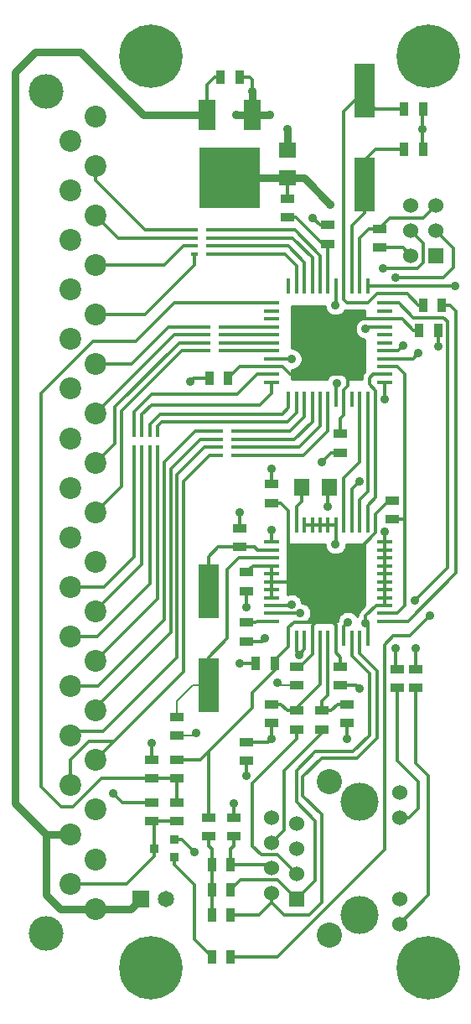
<source format=gtl>
G04 #@! TF.GenerationSoftware,KiCad,Pcbnew,(5.1.5)-3*
G04 #@! TF.CreationDate,2021-08-30T19:38:34+02:00*
G04 #@! TF.ProjectId,gbm8,67626d38-2e6b-4696-9361-645f70636258,0424 - A*
G04 #@! TF.SameCoordinates,Original*
G04 #@! TF.FileFunction,Copper,L1,Top*
G04 #@! TF.FilePolarity,Positive*
%FSLAX46Y46*%
G04 Gerber Fmt 4.6, Leading zero omitted, Abs format (unit mm)*
G04 Created by KiCad (PCBNEW (5.1.5)-3) date 2021-08-30 19:38:34*
%MOMM*%
%LPD*%
G04 APERTURE LIST*
%ADD10C,6.400800*%
%ADD11R,1.397000X0.889000*%
%ADD12R,0.889000X1.397000*%
%ADD13R,1.803400X1.600200*%
%ADD14R,1.651000X1.651000*%
%ADD15C,1.651000*%
%ADD16R,1.600200X1.803400*%
%ADD17C,2.199640*%
%ADD18C,3.500120*%
%ADD19C,3.850640*%
%ADD20R,1.524000X1.524000*%
%ADD21C,1.524000*%
%ADD22C,2.540000*%
%ADD23R,0.914400X0.914400*%
%ADD24R,0.762000X0.431800*%
%ADD25R,0.431800X0.762000*%
%ADD26R,0.406400X1.524000*%
%ADD27R,1.524000X0.406400*%
%ADD28R,1.651000X3.048000*%
%ADD29R,6.096000X6.096000*%
%ADD30R,1.998980X5.499100*%
%ADD31C,0.889000*%
%ADD32C,0.304800*%
%ADD33C,0.762000*%
%ADD34C,0.203200*%
%ADD35C,0.254000*%
G04 APERTURE END LIST*
D10*
X145288000Y-54864000D03*
X173355000Y-54864000D03*
X145288000Y-146939000D03*
X173355000Y-146939000D03*
D11*
X153670000Y-131762500D03*
X153670000Y-133667500D03*
X160020000Y-120967500D03*
X160020000Y-122872500D03*
X162560000Y-122872500D03*
X162560000Y-120967500D03*
X154940000Y-126047500D03*
X154940000Y-124142500D03*
D12*
X152336500Y-57023000D03*
X154241500Y-57023000D03*
D11*
X163195000Y-71945500D03*
X163195000Y-73850500D03*
X157480000Y-100012500D03*
X157480000Y-98107500D03*
X154940000Y-106997500D03*
X154940000Y-108902500D03*
X160020000Y-118427500D03*
X160020000Y-116522500D03*
D12*
X157797500Y-116205000D03*
X155892500Y-116205000D03*
D11*
X164465000Y-118427500D03*
X164465000Y-116522500D03*
D12*
X151193500Y-87426800D03*
X153098500Y-87426800D03*
X172402500Y-82550000D03*
X174307500Y-82550000D03*
D11*
X164465000Y-94932500D03*
X164465000Y-93027500D03*
D13*
X159131000Y-64389000D03*
X159131000Y-67183000D03*
D14*
X144272000Y-139954000D03*
D15*
X146812000Y-139954000D03*
D16*
X160528000Y-98425000D03*
X163322000Y-98425000D03*
D11*
X154305000Y-104457500D03*
X154305000Y-102552500D03*
X147955000Y-123507500D03*
X147955000Y-121602500D03*
D12*
X172783500Y-60198000D03*
X170878500Y-60198000D03*
X170878500Y-64262000D03*
X172783500Y-64262000D03*
D17*
X139700000Y-60965080D03*
X139700000Y-140964920D03*
D18*
X134698740Y-143466820D03*
D17*
X137200640Y-63464440D03*
X137198100Y-103464360D03*
X137198100Y-108465620D03*
X137198100Y-118465600D03*
X137198100Y-113464340D03*
X137198100Y-133464300D03*
X137198100Y-138465560D03*
X137198100Y-128465580D03*
X137198100Y-123464320D03*
X137198100Y-83464400D03*
X137198100Y-88465660D03*
X137198100Y-98465640D03*
X137198100Y-93464380D03*
X137198100Y-73464420D03*
X137198100Y-78465680D03*
X137198100Y-68465700D03*
X139700000Y-65966340D03*
X139700000Y-75966320D03*
X139700000Y-70965060D03*
X139700000Y-90965020D03*
X139700000Y-95966280D03*
X139700000Y-85966300D03*
X139700000Y-80965040D03*
X139700000Y-120964960D03*
X139700000Y-125966220D03*
X139700000Y-135966200D03*
X139700000Y-130964940D03*
X139700000Y-110964980D03*
X139700000Y-115966240D03*
X139700000Y-105966260D03*
X139700000Y-100965000D03*
D18*
X134698740Y-58465720D03*
D19*
X166370000Y-130175000D03*
X166370000Y-141605000D03*
D20*
X160020000Y-140017500D03*
D21*
X157480000Y-139382500D03*
X160020000Y-137477500D03*
X157480000Y-136842500D03*
X160020000Y-134937500D03*
X157480000Y-134302500D03*
X160020000Y-132397500D03*
D22*
X163322000Y-128145540D03*
X163322000Y-143634460D03*
D21*
X170428920Y-139979400D03*
X170428920Y-131800600D03*
X170428920Y-142519400D03*
X170428920Y-129260600D03*
X157480000Y-131762500D03*
D20*
X174117000Y-75057000D03*
D21*
X171577000Y-75057000D03*
X174117000Y-72517000D03*
X171577000Y-72517000D03*
X174117000Y-69977000D03*
X171577000Y-69977000D03*
D11*
X151130000Y-133667500D03*
X151130000Y-131762500D03*
X159131000Y-71183500D03*
X159131000Y-69278500D03*
D23*
X147701000Y-133985000D03*
X147701000Y-135763000D03*
X145669000Y-134874000D03*
D11*
X145415000Y-130238500D03*
X145415000Y-132143500D03*
D12*
X151447500Y-136525000D03*
X153352500Y-136525000D03*
X153352500Y-141605000D03*
X151447500Y-141605000D03*
X151447500Y-139065000D03*
X153352500Y-139065000D03*
D11*
X170180000Y-116776500D03*
X170180000Y-118681500D03*
X172085000Y-118681500D03*
X172085000Y-116776500D03*
X154940000Y-112077500D03*
X154940000Y-113982500D03*
X157480000Y-120332500D03*
X157480000Y-122237500D03*
X165100000Y-122237500D03*
X165100000Y-120332500D03*
X169672000Y-101663500D03*
X169672000Y-99758500D03*
X147955000Y-127825500D03*
X147955000Y-125920500D03*
D24*
X153797000Y-94378780D03*
X152273000Y-94378780D03*
X153797000Y-93581220D03*
X152273000Y-93581220D03*
X153797000Y-95178880D03*
X153797000Y-92781120D03*
X152273000Y-92781120D03*
X152273000Y-95178880D03*
D25*
X145978880Y-94488000D03*
X143581120Y-94488000D03*
X143581120Y-92964000D03*
X145978880Y-92964000D03*
X144381220Y-94488000D03*
X144381220Y-92964000D03*
X145178780Y-94488000D03*
X145178780Y-92964000D03*
D12*
X151447500Y-145796000D03*
X153352500Y-145796000D03*
D11*
X147955000Y-132143500D03*
X147955000Y-130238500D03*
X145415000Y-127825500D03*
X145415000Y-125920500D03*
D24*
X150977600Y-83014820D03*
X152501600Y-83014820D03*
X150977600Y-83812380D03*
X152501600Y-83812380D03*
X150977600Y-82214720D03*
X150977600Y-84612480D03*
X152501600Y-84612480D03*
X152501600Y-82214720D03*
X151257000Y-72461120D03*
X151257000Y-74858880D03*
X149733000Y-74858880D03*
X149733000Y-72461120D03*
X151257000Y-74058780D03*
X149733000Y-74058780D03*
X151257000Y-73261220D03*
X149733000Y-73261220D03*
D12*
X172783500Y-80010000D03*
X174688500Y-80010000D03*
D11*
X168402000Y-72326500D03*
X168402000Y-74231500D03*
D26*
X163195000Y-78105000D03*
X162394900Y-78105000D03*
X161594800Y-78105000D03*
X160794700Y-78105000D03*
X159994600Y-78105000D03*
X159194500Y-78105000D03*
X163995100Y-78105000D03*
X164795200Y-78105000D03*
X165595300Y-78105000D03*
X166395400Y-78105000D03*
X167195500Y-78105000D03*
X163195000Y-89535000D03*
X162394900Y-89535000D03*
X161594800Y-89535000D03*
X160794700Y-89535000D03*
X159994600Y-89535000D03*
X159194500Y-89535000D03*
X163995100Y-89535000D03*
X164795200Y-89535000D03*
X165595300Y-89535000D03*
X166395400Y-89535000D03*
X167195500Y-89535000D03*
D27*
X157480000Y-83820000D03*
X168910000Y-83820000D03*
X157480000Y-84620100D03*
X168910000Y-84620100D03*
X168910000Y-85420200D03*
X157480000Y-85420200D03*
X157480000Y-86220300D03*
X168910000Y-86220300D03*
X168910000Y-87020400D03*
X157480000Y-87020400D03*
X157480000Y-87820500D03*
X168910000Y-87820500D03*
X168910000Y-83019900D03*
X157480000Y-83019900D03*
X157480000Y-82219800D03*
X168910000Y-82219800D03*
X168910000Y-81419700D03*
X157480000Y-81419700D03*
X157480000Y-80619600D03*
X168910000Y-80619600D03*
X168910000Y-79819500D03*
X157480000Y-79819500D03*
X157480000Y-103949500D03*
X168910000Y-103949500D03*
X168910000Y-104749600D03*
X157480000Y-104749600D03*
X157480000Y-105549700D03*
X168910000Y-105549700D03*
X168910000Y-106349800D03*
X157480000Y-106349800D03*
X157480000Y-107149900D03*
X168910000Y-107149900D03*
X168910000Y-111950500D03*
X157480000Y-111950500D03*
X157480000Y-111150400D03*
X168910000Y-111150400D03*
X168910000Y-110350300D03*
X157480000Y-110350300D03*
X157480000Y-109550200D03*
X168910000Y-109550200D03*
X168910000Y-108750100D03*
X157480000Y-108750100D03*
X168910000Y-107950000D03*
X157480000Y-107950000D03*
D26*
X167195500Y-113665000D03*
X166395400Y-113665000D03*
X165595300Y-113665000D03*
X164795200Y-113665000D03*
X163995100Y-113665000D03*
X159194500Y-113665000D03*
X159994600Y-113665000D03*
X160794700Y-113665000D03*
X161594800Y-113665000D03*
X162394900Y-113665000D03*
X163195000Y-113665000D03*
X167195500Y-102235000D03*
X166395400Y-102235000D03*
X165595300Y-102235000D03*
X164795200Y-102235000D03*
X163995100Y-102235000D03*
X159194500Y-102235000D03*
X159994600Y-102235000D03*
X160794700Y-102235000D03*
X161594800Y-102235000D03*
X162394900Y-102235000D03*
X163195000Y-102235000D03*
D28*
X155575000Y-60833000D03*
D29*
X153289000Y-67183000D03*
D28*
X151003000Y-60833000D03*
D30*
X151130000Y-108915200D03*
X151130000Y-118414800D03*
X166878000Y-67868800D03*
X166878000Y-58369200D03*
D31*
X161290000Y-80772000D03*
X165100000Y-107188000D03*
X163449000Y-69850000D03*
X141478000Y-129286000D03*
X166370000Y-97790000D03*
X168910000Y-89535000D03*
X173482000Y-111379000D03*
X171958000Y-109855000D03*
X170815000Y-84074000D03*
X168783000Y-76327000D03*
X172339000Y-84836000D03*
X170053000Y-77216000D03*
X154940000Y-110490000D03*
X154305000Y-100965000D03*
X167005000Y-112141000D03*
X159131000Y-62230000D03*
X149860000Y-123190000D03*
X163195000Y-100330000D03*
X149250400Y-87782400D03*
X153924000Y-60833000D03*
X174371000Y-84201000D03*
X154305000Y-116205000D03*
X159512000Y-85471000D03*
X160274000Y-115316000D03*
X162560000Y-95885000D03*
X154940000Y-127508000D03*
X167005000Y-82423000D03*
X156845000Y-113665000D03*
X155575000Y-58420000D03*
X153670000Y-130302000D03*
X166370000Y-118745000D03*
X168910000Y-102870000D03*
X163957000Y-104140000D03*
X145415000Y-124206000D03*
X157353000Y-60833000D03*
X149733000Y-135255000D03*
X157480000Y-96520000D03*
X165227000Y-112014000D03*
X163957000Y-80010000D03*
X161671000Y-71247000D03*
X158115000Y-118110000D03*
X164084000Y-87884000D03*
X157480000Y-102743000D03*
X172720000Y-62230000D03*
X165100000Y-123825000D03*
X157480000Y-123825000D03*
X176022000Y-78105000D03*
X160401000Y-111125000D03*
X170053000Y-114681000D03*
X172085000Y-114681000D03*
X159512000Y-110236000D03*
D32*
X172402500Y-82550000D02*
X171831000Y-82550000D01*
X153098500Y-87426800D02*
X154305000Y-86220300D01*
X161798000Y-112014000D02*
X159766000Y-112014000D01*
X165735000Y-86360000D02*
X165735000Y-81915000D01*
X157480000Y-107149900D02*
X157480000Y-106349800D01*
X164465000Y-93027500D02*
X164465000Y-91440000D01*
X155575000Y-120650000D02*
X155575000Y-119126000D01*
X150304500Y-125920500D02*
X151384000Y-124841000D01*
X151384000Y-124841000D02*
X151765000Y-124460000D01*
X171831000Y-82550000D02*
X170700700Y-81419700D01*
X165239700Y-81419700D02*
X165100000Y-81280000D01*
X170751500Y-74231500D02*
X171577000Y-75057000D01*
X161925000Y-112014000D02*
X161594800Y-112344200D01*
X160337500Y-116522500D02*
X161594800Y-115265200D01*
X157797500Y-116205000D02*
X157797500Y-115887500D01*
X159194500Y-114490500D02*
X159194500Y-113665000D01*
X157797500Y-115887500D02*
X159194500Y-114490500D01*
X157480000Y-106349800D02*
X155587700Y-106349800D01*
X168021000Y-102997000D02*
X165100000Y-105918000D01*
X165100000Y-86995000D02*
X165735000Y-86360000D01*
X161798000Y-112014000D02*
X161798000Y-109601000D01*
X158432500Y-100012500D02*
X157480000Y-100012500D01*
X163703000Y-112014000D02*
X161925000Y-112014000D01*
X165735000Y-81915000D02*
X165100000Y-81280000D01*
X159194500Y-106997500D02*
X160147000Y-107950000D01*
D33*
X165100000Y-107950000D02*
X164338000Y-108712000D01*
D32*
X168021000Y-101092000D02*
X168021000Y-102997000D01*
X159766000Y-112014000D02*
X159194500Y-112585500D01*
X160020000Y-116522500D02*
X160337500Y-116522500D01*
X159194500Y-100774500D02*
X158432500Y-100012500D01*
X161594800Y-115265200D02*
X161594800Y-113665000D01*
D33*
X159131000Y-67183000D02*
X160782000Y-67183000D01*
D32*
X160147000Y-107950000D02*
X157480000Y-107950000D01*
X169354500Y-99758500D02*
X168021000Y-101092000D01*
D33*
X165100000Y-107188000D02*
X165100000Y-107950000D01*
D32*
X158610300Y-86220300D02*
X159385000Y-86995000D01*
X159194500Y-102235000D02*
X159194500Y-100774500D01*
D33*
X161036000Y-108712000D02*
X160972500Y-108775500D01*
X159131000Y-67183000D02*
X153289000Y-67183000D01*
D32*
X161925000Y-112014000D02*
X161798000Y-112014000D01*
X164465000Y-91440000D02*
X164795200Y-91109800D01*
X159131000Y-69278500D02*
X159131000Y-67183000D01*
X157480000Y-109550200D02*
X157480000Y-108750100D01*
X159194500Y-112585500D02*
X159194500Y-113665000D01*
X164795200Y-91109800D02*
X164795200Y-89535000D01*
X163995100Y-115100100D02*
X163995100Y-113665000D01*
X157480000Y-86220300D02*
X158610300Y-86220300D01*
X169672000Y-99758500D02*
X169354500Y-99758500D01*
X159385000Y-86995000D02*
X165100000Y-86995000D01*
X170700700Y-81419700D02*
X168910000Y-81419700D01*
X151130000Y-125095000D02*
X151384000Y-124841000D01*
X165100000Y-105918000D02*
X165100000Y-107188000D01*
X159194500Y-102235000D02*
X159194500Y-106997500D01*
X157480000Y-108750100D02*
X157480000Y-107950000D01*
X171577000Y-75057000D02*
X171386500Y-75247500D01*
X168910000Y-81419700D02*
X165239700Y-81419700D01*
X165227000Y-87122000D02*
X165100000Y-86995000D01*
X164795200Y-88569800D02*
X165227000Y-88138000D01*
X164465000Y-116522500D02*
X164465000Y-115570000D01*
X151130000Y-131762500D02*
X151130000Y-125095000D01*
X161594800Y-112344200D02*
X161594800Y-113665000D01*
X160972500Y-108775500D02*
X160147000Y-107950000D01*
X155587700Y-106349800D02*
X154940000Y-106997500D01*
D33*
X164338000Y-108712000D02*
X161036000Y-108712000D01*
D32*
X164795200Y-89535000D02*
X164795200Y-88569800D01*
D33*
X160782000Y-67183000D02*
X163449000Y-69850000D01*
D32*
X161798000Y-109601000D02*
X160972500Y-108775500D01*
X157480000Y-107950000D02*
X157480000Y-107149900D01*
X163995100Y-113665000D02*
X163995100Y-112306100D01*
X168402000Y-74231500D02*
X170751500Y-74231500D01*
X154305000Y-86220300D02*
X157480000Y-86220300D01*
X165227000Y-88138000D02*
X165227000Y-87122000D01*
X151765000Y-124460000D02*
X155575000Y-120650000D01*
X147955000Y-125920500D02*
X150304500Y-125920500D01*
X163995100Y-112306100D02*
X163703000Y-112014000D01*
X164465000Y-115570000D02*
X163995100Y-115100100D01*
X157797500Y-116903500D02*
X157797500Y-116205000D01*
X155575000Y-119126000D02*
X157797500Y-116903500D01*
X139065000Y-124079000D02*
X141587220Y-124079000D01*
X144526000Y-130238500D02*
X142430500Y-130238500D01*
X137198100Y-125945900D02*
X139065000Y-124079000D01*
X148590000Y-117076220D02*
X148590000Y-97790000D01*
X141587220Y-124079000D02*
X148590000Y-117076220D01*
X144526000Y-130238500D02*
X144462500Y-130238500D01*
X139700000Y-125966220D02*
X141587220Y-124079000D01*
X148590000Y-97790000D02*
X151201120Y-95178880D01*
X137198100Y-128465580D02*
X137198100Y-125945900D01*
X151201120Y-95178880D02*
X152273000Y-95178880D01*
X142430500Y-130238500D02*
X141478000Y-129286000D01*
X145415000Y-130238500D02*
X144526000Y-130238500D01*
X147955000Y-97155000D02*
X150731220Y-94378780D01*
X147955000Y-115570000D02*
X140462000Y-123063000D01*
X140462000Y-123063000D02*
X137599420Y-123063000D01*
X152273000Y-94378780D02*
X150731220Y-94378780D01*
X137599420Y-123063000D02*
X137198100Y-123464320D01*
X147955000Y-115570000D02*
X147955000Y-97155000D01*
X139700000Y-120650000D02*
X147320000Y-113030000D01*
X147320000Y-113030000D02*
X147320000Y-96520000D01*
X150258780Y-93581220D02*
X152273000Y-93581220D01*
X139700000Y-120964960D02*
X139700000Y-120650000D01*
X147320000Y-96520000D02*
X150258780Y-93581220D01*
X146685000Y-111760000D02*
X146685000Y-95885000D01*
X146685000Y-95885000D02*
X149788880Y-92781120D01*
X149788880Y-92781120D02*
X152273000Y-92781120D01*
X139979400Y-118465600D02*
X146685000Y-111760000D01*
X137198100Y-118465600D02*
X139979400Y-118465600D01*
X139700000Y-115966240D02*
X145978880Y-109687360D01*
X145978880Y-109687360D02*
X145978880Y-94488000D01*
X145178780Y-108186220D02*
X145178780Y-94488000D01*
X137198100Y-113464340D02*
X139900660Y-113464340D01*
X139900660Y-113464340D02*
X145178780Y-108186220D01*
X139700000Y-110871000D02*
X144381220Y-106189780D01*
X139700000Y-110964980D02*
X139700000Y-110871000D01*
X144381220Y-106189780D02*
X144381220Y-94488000D01*
X140581380Y-108465620D02*
X143581120Y-105465880D01*
X143581120Y-105465880D02*
X143581120Y-94488000D01*
X137198100Y-108465620D02*
X140581380Y-108465620D01*
X142341600Y-90678000D02*
X148407120Y-84612480D01*
X139700000Y-100965000D02*
X142341600Y-98323400D01*
X142341600Y-98323400D02*
X142341600Y-90678000D01*
X148407120Y-84612480D02*
X150977600Y-84612480D01*
X141630400Y-90322400D02*
X148140420Y-83812380D01*
X141630400Y-94035880D02*
X141630400Y-90322400D01*
X139700000Y-95966280D02*
X141630400Y-94035880D01*
X148140420Y-83812380D02*
X150977600Y-83812380D01*
X147650200Y-83014820D02*
X150977600Y-83014820D01*
X139700000Y-90965020D02*
X147650200Y-83014820D01*
X147096480Y-82214720D02*
X150977600Y-82214720D01*
X143344900Y-85966300D02*
X147096480Y-82214720D01*
X139700000Y-85966300D02*
X143344900Y-85966300D01*
X144713960Y-80965040D02*
X149733000Y-75946000D01*
X139700000Y-80965040D02*
X144713960Y-80965040D01*
X149733000Y-75946000D02*
X149733000Y-74858880D01*
X148572220Y-74058780D02*
X149733000Y-74058780D01*
X146664680Y-75966320D02*
X148572220Y-74058780D01*
X139700000Y-75966320D02*
X146664680Y-75966320D01*
X139700000Y-70965060D02*
X141996160Y-73261220D01*
X141996160Y-73261220D02*
X149733000Y-73261220D01*
X139700000Y-65966340D02*
X139700000Y-67437000D01*
X139700000Y-67437000D02*
X144724120Y-72461120D01*
X144724120Y-72461120D02*
X149733000Y-72461120D01*
X168021000Y-99441000D02*
X168021000Y-92075000D01*
X167195500Y-100266500D02*
X168021000Y-99441000D01*
X167741600Y-87020400D02*
X168910000Y-87020400D01*
X168021000Y-88646000D02*
X168021000Y-92075000D01*
X167195500Y-102235000D02*
X167195500Y-100266500D01*
X167741600Y-87020400D02*
X167386000Y-87376000D01*
X167386000Y-88011000D02*
X168021000Y-88646000D01*
X167386000Y-87376000D02*
X167386000Y-88011000D01*
X170942000Y-101663500D02*
X170942000Y-101663500D01*
X169672000Y-101663500D02*
X170942000Y-101663500D01*
X168910000Y-111150400D02*
X170154600Y-111150400D01*
X170942000Y-86995000D02*
X170167300Y-86220300D01*
X170167300Y-86220300D02*
X168910000Y-86220300D01*
X170154600Y-111150400D02*
X170942000Y-110363000D01*
X170942000Y-110363000D02*
X170942000Y-101727000D01*
X170942000Y-101663500D02*
X170942000Y-86995000D01*
X170942000Y-101663500D02*
X170942000Y-101727000D01*
X167259000Y-98806000D02*
X166395400Y-99669600D01*
X166395400Y-99669600D02*
X166395400Y-102235000D01*
X167195500Y-92329000D02*
X167195500Y-97345500D01*
X167195500Y-92329000D02*
X167195500Y-89535000D01*
X167195500Y-92265500D02*
X167195500Y-92329000D01*
X167195500Y-97345500D02*
X167259000Y-97409000D01*
X167259000Y-97409000D02*
X167259000Y-98806000D01*
X165595300Y-98564700D02*
X166370000Y-97790000D01*
X168910000Y-89535000D02*
X168910000Y-87820500D01*
X165595300Y-102235000D02*
X165595300Y-98564700D01*
X164795200Y-97459800D02*
X166395400Y-95859600D01*
X166395400Y-95859600D02*
X166395400Y-89535000D01*
X164795200Y-102235000D02*
X164795200Y-97459800D01*
X152509220Y-84620100D02*
X157480000Y-84620100D01*
X152501600Y-84612480D02*
X152509220Y-84620100D01*
X152509220Y-83820000D02*
X157480000Y-83820000D01*
X152501600Y-83812380D02*
X152509220Y-83820000D01*
X152506680Y-83019900D02*
X157480000Y-83019900D01*
X152501600Y-83014820D02*
X152506680Y-83019900D01*
X152506680Y-82219800D02*
X157480000Y-82219800D01*
X152501600Y-82214720D02*
X152506680Y-82219800D01*
X151257000Y-74858880D02*
X158805880Y-74858880D01*
X159994600Y-76047600D02*
X159994600Y-78105000D01*
X158805880Y-74858880D02*
X159994600Y-76047600D01*
X151257000Y-74058780D02*
X159148780Y-74058780D01*
X159148780Y-74058780D02*
X160794700Y-75704700D01*
X160794700Y-75704700D02*
X160794700Y-78105000D01*
X161594800Y-75234800D02*
X161594800Y-78105000D01*
X159621220Y-73261220D02*
X161594800Y-75234800D01*
X151257000Y-73261220D02*
X159621220Y-73261220D01*
X151257000Y-72461120D02*
X159837120Y-72461120D01*
X162394900Y-75018900D02*
X162394900Y-78105000D01*
X159837120Y-72461120D02*
X162394900Y-75018900D01*
X140335000Y-127762000D02*
X145351500Y-127762000D01*
X137414000Y-130683000D02*
X139192000Y-128905000D01*
X143764000Y-83693000D02*
X139446000Y-83693000D01*
X139192000Y-128905000D02*
X140335000Y-127762000D01*
X145351500Y-127762000D02*
X145415000Y-127825500D01*
X134239000Y-88900000D02*
X134239000Y-128651000D01*
X157480000Y-79819500D02*
X147637500Y-79819500D01*
X145415000Y-127825500D02*
X147955000Y-127825500D01*
X136271000Y-130683000D02*
X137414000Y-130683000D01*
X140335000Y-127762000D02*
X140271500Y-127825500D01*
X134239000Y-128651000D02*
X136271000Y-130683000D01*
X139446000Y-83693000D02*
X134239000Y-88900000D01*
X147955000Y-130238500D02*
X147955000Y-127825500D01*
X147637500Y-79819500D02*
X143764000Y-83693000D01*
X169799000Y-113411000D02*
X168910000Y-114300000D01*
X173482000Y-111379000D02*
X171450000Y-113411000D01*
X168910000Y-135001000D02*
X158115000Y-145796000D01*
X171450000Y-113411000D02*
X169799000Y-113411000D01*
X168910000Y-114300000D02*
X168910000Y-135001000D01*
X170370500Y-79819500D02*
X171831000Y-81280000D01*
X168910000Y-79819500D02*
X170370500Y-79819500D01*
X174879000Y-81280000D02*
X175260000Y-81661000D01*
X175260000Y-81661000D02*
X175260000Y-106553000D01*
X175260000Y-106553000D02*
X171958000Y-109855000D01*
X171831000Y-81280000D02*
X174879000Y-81280000D01*
X158115000Y-145796000D02*
X153352500Y-145796000D01*
X172847000Y-75692000D02*
X172847000Y-73787000D01*
X168910000Y-84620100D02*
X170268900Y-84620100D01*
X172212000Y-76327000D02*
X168783000Y-76327000D01*
X170268900Y-84620100D02*
X170815000Y-84074000D01*
X172847000Y-75692000D02*
X172212000Y-76327000D01*
X172847000Y-73787000D02*
X171577000Y-72517000D01*
X175895000Y-74295000D02*
X174117000Y-72517000D01*
X174879000Y-77216000D02*
X175895000Y-76200000D01*
X171754800Y-85420200D02*
X172339000Y-84836000D01*
X168910000Y-85420200D02*
X171754800Y-85420200D01*
X175895000Y-76200000D02*
X175895000Y-74295000D01*
X170053000Y-77216000D02*
X174879000Y-77216000D01*
X160794700Y-113665000D02*
X160794700Y-114795300D01*
X159461200Y-85420200D02*
X159512000Y-85471000D01*
X168910000Y-82219800D02*
X167208200Y-82219800D01*
X167208200Y-82219800D02*
X167005000Y-82423000D01*
X174307500Y-84137500D02*
X174371000Y-84201000D01*
X156527500Y-113982500D02*
X156845000Y-113665000D01*
X162369500Y-71945500D02*
X161671000Y-71247000D01*
X157480000Y-103949500D02*
X157480000Y-102743000D01*
X155575000Y-57277000D02*
X155575000Y-58420000D01*
X168910000Y-110350300D02*
X168910000Y-109550200D01*
X163195000Y-98552000D02*
X163195000Y-100330000D01*
X163995100Y-87972900D02*
X164084000Y-87884000D01*
X168910000Y-103949500D02*
X168910000Y-102870000D01*
X167195500Y-113665000D02*
X167195500Y-112331500D01*
X154940000Y-113982500D02*
X156527500Y-113982500D01*
D33*
X155575000Y-60833000D02*
X153924000Y-60833000D01*
D32*
X154305000Y-102552500D02*
X154305000Y-100965000D01*
D34*
X158432500Y-118427500D02*
X158115000Y-118110000D01*
D33*
X155575000Y-60833000D02*
X157353000Y-60833000D01*
D32*
X157480000Y-98107500D02*
X157480000Y-96520000D01*
X153670000Y-131762500D02*
X153670000Y-130302000D01*
X149606000Y-87426800D02*
X149250400Y-87782400D01*
X163995100Y-104101900D02*
X163957000Y-104140000D01*
X168910000Y-106349800D02*
X168910000Y-105549700D01*
X163995100Y-78105000D02*
X163995100Y-79971900D01*
X159994600Y-115036600D02*
X160274000Y-115316000D01*
D33*
X155575000Y-58420000D02*
X155575000Y-60833000D01*
D32*
X154940000Y-126047500D02*
X154940000Y-127508000D01*
X164795200Y-112445800D02*
X165227000Y-112014000D01*
X154305000Y-116205000D02*
X155892500Y-116205000D01*
D34*
X147955000Y-123507500D02*
X149542500Y-123507500D01*
D32*
X163512500Y-94932500D02*
X162560000Y-95885000D01*
X161594800Y-102235000D02*
X162394900Y-102235000D01*
X174307500Y-82550000D02*
X174307500Y-84137500D01*
X154940000Y-108902500D02*
X154940000Y-110490000D01*
X145415000Y-125920500D02*
X145415000Y-124206000D01*
X160794700Y-114795300D02*
X160274000Y-115316000D01*
X168910000Y-109550200D02*
X168910000Y-108750100D01*
X164795200Y-113665000D02*
X164795200Y-112445800D01*
X163195000Y-71945500D02*
X162369500Y-71945500D01*
X172720000Y-60261500D02*
X172783500Y-60198000D01*
X147701000Y-133985000D02*
X148463000Y-133985000D01*
X159994600Y-115036600D02*
X159994600Y-113665000D01*
X163995100Y-102235000D02*
X163995100Y-104101900D01*
X168033700Y-110350300D02*
X168910000Y-110350300D01*
X157480000Y-85420200D02*
X159461200Y-85420200D01*
X148463000Y-133985000D02*
X149733000Y-135255000D01*
X168910000Y-107149900D02*
X168910000Y-106349800D01*
D34*
X160020000Y-118427500D02*
X158432500Y-118427500D01*
D32*
X167005000Y-111379000D02*
X168033700Y-110350300D01*
X163995100Y-89535000D02*
X163995100Y-87972900D01*
X163195000Y-102235000D02*
X163995100Y-102235000D01*
X168910000Y-104749600D02*
X168910000Y-103949500D01*
X164465000Y-118427500D02*
X166052500Y-118427500D01*
D34*
X149542500Y-123507500D02*
X149860000Y-123190000D01*
D32*
X167005000Y-112141000D02*
X167005000Y-111379000D01*
X154241500Y-57023000D02*
X155321000Y-57023000D01*
X172783500Y-64262000D02*
X172720000Y-64198500D01*
X160794700Y-102235000D02*
X161594800Y-102235000D01*
X164465000Y-94932500D02*
X163512500Y-94932500D01*
X151193500Y-87426800D02*
X149606000Y-87426800D01*
X163322000Y-98425000D02*
X163195000Y-98552000D01*
X168910000Y-107950000D02*
X168910000Y-107149900D01*
X166052500Y-118427500D02*
X166370000Y-118745000D01*
X168910000Y-105549700D02*
X168910000Y-104749600D01*
X172720000Y-64198500D02*
X172720000Y-62230000D01*
X155321000Y-57023000D02*
X155575000Y-57277000D01*
X172720000Y-60261500D02*
X172720000Y-62230000D01*
X163995100Y-79971900D02*
X163957000Y-80010000D01*
X162394900Y-102235000D02*
X163195000Y-102235000D01*
X168910000Y-108750100D02*
X168910000Y-107950000D01*
X167195500Y-112331500D02*
X167005000Y-112141000D01*
D33*
X159131000Y-64389000D02*
X159131000Y-62230000D01*
X137198100Y-133464300D02*
X134734300Y-133464300D01*
X138176000Y-54483000D02*
X144526000Y-60833000D01*
X145669000Y-60833000D02*
X151003000Y-60833000D01*
X139700000Y-140964920D02*
X136138920Y-140964920D01*
X131572000Y-56515000D02*
X133604000Y-54483000D01*
X133604000Y-54483000D02*
X138176000Y-54483000D01*
X144526000Y-60833000D02*
X151003000Y-60833000D01*
X134734300Y-133464300D02*
X131572000Y-130302000D01*
D32*
X151003000Y-60833000D02*
X151003000Y-57785000D01*
X151003000Y-57785000D02*
X151765000Y-57023000D01*
D33*
X136138920Y-140964920D02*
X134734300Y-139560300D01*
X131572000Y-60071000D02*
X131572000Y-56515000D01*
X139700000Y-140964920D02*
X143261080Y-140964920D01*
X131572000Y-60071000D02*
X131572000Y-60071000D01*
X131572000Y-130302000D02*
X131572000Y-60071000D01*
X143261080Y-140964920D02*
X144272000Y-139954000D01*
X134734300Y-139560300D02*
X134734300Y-133464300D01*
D32*
X151765000Y-57023000D02*
X152336500Y-57023000D01*
X153352500Y-134937500D02*
X153352500Y-136525000D01*
X153670000Y-133667500D02*
X153670000Y-134620000D01*
X153670000Y-134620000D02*
X153352500Y-134937500D01*
X157162500Y-136525000D02*
X153352500Y-136525000D01*
X157480000Y-136842500D02*
X157162500Y-136525000D01*
X159067500Y-120967500D02*
X158432500Y-120332500D01*
X160020000Y-120967500D02*
X160020000Y-120650000D01*
X160020000Y-120967500D02*
X159067500Y-120967500D01*
X158432500Y-120332500D02*
X157480000Y-120332500D01*
X162394900Y-118275100D02*
X162394900Y-113665000D01*
X160020000Y-120650000D02*
X162394900Y-118275100D01*
X156464000Y-135509000D02*
X155575000Y-134620000D01*
X155575000Y-129540000D02*
X155575000Y-128270000D01*
X155575000Y-134620000D02*
X155575000Y-129540000D01*
X160020000Y-123825000D02*
X160020000Y-122872500D01*
X160020000Y-137477500D02*
X158051500Y-135509000D01*
X158051500Y-135509000D02*
X156464000Y-135509000D01*
X155575000Y-128270000D02*
X160020000Y-123825000D01*
X158750000Y-128905000D02*
X158750000Y-127000000D01*
X158750000Y-133032500D02*
X158750000Y-128905000D01*
X157480000Y-134302500D02*
X158750000Y-133032500D01*
X162560000Y-123190000D02*
X162560000Y-122872500D01*
X158750000Y-127000000D02*
X162560000Y-123190000D01*
X163512500Y-120967500D02*
X162560000Y-120967500D01*
X164147500Y-120332500D02*
X163512500Y-120967500D01*
X162560000Y-120015000D02*
X163195000Y-119380000D01*
X163195000Y-119380000D02*
X163195000Y-113665000D01*
X162560000Y-120967500D02*
X162560000Y-120015000D01*
X165100000Y-120332500D02*
X164147500Y-120332500D01*
X165100000Y-122237500D02*
X165100000Y-123825000D01*
X157480000Y-123825000D02*
X157162500Y-124142500D01*
X157162500Y-124142500D02*
X154940000Y-124142500D01*
X157480000Y-123825000D02*
X157480000Y-122237500D01*
X163195000Y-73850500D02*
X163195000Y-78105000D01*
X159956500Y-71183500D02*
X159131000Y-71183500D01*
X162623500Y-73850500D02*
X159956500Y-71183500D01*
X163195000Y-73850500D02*
X162623500Y-73850500D01*
X159994600Y-100355400D02*
X160528000Y-99822000D01*
X160528000Y-99822000D02*
X160528000Y-98425000D01*
X159994600Y-102235000D02*
X159994600Y-100355400D01*
X156057600Y-104749600D02*
X157480000Y-104749600D01*
X152082500Y-104457500D02*
X154305000Y-104457500D01*
X155765500Y-104457500D02*
X156057600Y-104749600D01*
X154305000Y-104457500D02*
X155765500Y-104457500D01*
X151130000Y-108915200D02*
X151130000Y-105410000D01*
X151130000Y-105410000D02*
X152082500Y-104457500D01*
X153035000Y-113665000D02*
X153035000Y-106680000D01*
X151130000Y-118414800D02*
X151130000Y-115570000D01*
D34*
X147955000Y-121602500D02*
X147955000Y-120015000D01*
D32*
X154165300Y-105549700D02*
X157480000Y-105549700D01*
X151130000Y-115570000D02*
X153035000Y-113665000D01*
D34*
X147955000Y-120015000D02*
X149555200Y-118414800D01*
X149555200Y-118414800D02*
X151130000Y-118414800D01*
D32*
X153035000Y-106680000D02*
X154165300Y-105549700D01*
X166878000Y-59055000D02*
X168021000Y-60198000D01*
X171196000Y-78867000D02*
X168148000Y-78867000D01*
X168021000Y-60198000D02*
X170878500Y-60198000D01*
X172339000Y-80010000D02*
X171196000Y-78867000D01*
X164795200Y-60452000D02*
X166878000Y-58369200D01*
X164795200Y-79451200D02*
X165100000Y-79756000D01*
X164795200Y-79451200D02*
X164795200Y-78105000D01*
X172783500Y-80010000D02*
X172339000Y-80010000D01*
X164795200Y-78105000D02*
X164795200Y-60452000D01*
X165100000Y-79756000D02*
X167259000Y-79756000D01*
X166878000Y-58369200D02*
X166878000Y-59055000D01*
X167259000Y-79756000D02*
X168148000Y-78867000D01*
X165595300Y-78105000D02*
X165595300Y-72021700D01*
X165595300Y-72021700D02*
X166878000Y-70739000D01*
X166878000Y-65405000D02*
X168021000Y-64262000D01*
X166878000Y-70739000D02*
X166878000Y-67868800D01*
X166878000Y-67868800D02*
X166878000Y-65405000D01*
X168021000Y-64262000D02*
X170878500Y-64262000D01*
X142839440Y-138465560D02*
X145669000Y-135636000D01*
X145415000Y-132143500D02*
X147955000Y-132143500D01*
X137198100Y-138465560D02*
X142839440Y-138465560D01*
X145669000Y-132397500D02*
X145415000Y-132143500D01*
X145669000Y-135636000D02*
X145669000Y-132397500D01*
X161925000Y-138112500D02*
X161925000Y-132080000D01*
X160020000Y-130175000D02*
X160020000Y-127000000D01*
X153352500Y-139065000D02*
X154368500Y-138049000D01*
X161925000Y-125095000D02*
X165735000Y-125095000D01*
X165735000Y-125095000D02*
X167386000Y-123444000D01*
X160020000Y-140017500D02*
X161925000Y-138112500D01*
X161925000Y-132080000D02*
X160020000Y-130175000D01*
X167386000Y-123444000D02*
X167386000Y-117221000D01*
X165595300Y-115430300D02*
X165595300Y-113665000D01*
X160020000Y-127000000D02*
X161925000Y-125095000D01*
X154368500Y-138049000D02*
X158051500Y-138049000D01*
X167386000Y-117221000D02*
X165595300Y-115430300D01*
X158051500Y-138049000D02*
X160020000Y-140017500D01*
X157480000Y-139382500D02*
X157480000Y-140335000D01*
X157480000Y-140335000D02*
X158750000Y-141605000D01*
X162560000Y-131445000D02*
X160655000Y-129540000D01*
X153352500Y-141605000D02*
X156210000Y-141605000D01*
X156210000Y-141605000D02*
X157480000Y-140335000D01*
X161290000Y-141605000D02*
X162560000Y-140335000D01*
X166395400Y-115214400D02*
X166395400Y-113665000D01*
X162560000Y-140335000D02*
X162560000Y-131445000D01*
X160655000Y-127635000D02*
X162560000Y-125730000D01*
X160655000Y-129540000D02*
X160655000Y-127635000D01*
X168148000Y-116967000D02*
X166395400Y-115214400D01*
X166116000Y-125730000D02*
X168148000Y-123698000D01*
X168148000Y-123698000D02*
X168148000Y-116967000D01*
X158750000Y-141605000D02*
X161290000Y-141605000D01*
X162560000Y-125730000D02*
X166116000Y-125730000D01*
X170180000Y-125984000D02*
X172339000Y-128143000D01*
X172339000Y-128143000D02*
X172339000Y-130810000D01*
X172339000Y-130810000D02*
X171348400Y-131800600D01*
X170180000Y-118681500D02*
X170180000Y-125984000D01*
X171348400Y-131800600D02*
X170428920Y-131800600D01*
X172085000Y-118681500D02*
X172085000Y-126238000D01*
X173355000Y-139593320D02*
X170428920Y-142519400D01*
X172085000Y-126238000D02*
X173355000Y-127508000D01*
X173355000Y-127508000D02*
X173355000Y-139593320D01*
X172288200Y-78105000D02*
X176022000Y-78105000D01*
X167195500Y-78105000D02*
X172288200Y-78105000D01*
X166395400Y-74295000D02*
X166395400Y-74396600D01*
X168402000Y-72263000D02*
X169418000Y-71247000D01*
X168402000Y-72326500D02*
X168402000Y-72263000D01*
X166395400Y-78105000D02*
X166395400Y-74295000D01*
X172847000Y-71247000D02*
X174117000Y-69977000D01*
X166395400Y-73253600D02*
X167322500Y-72326500D01*
X167322500Y-72326500D02*
X168402000Y-72326500D01*
X166395400Y-74295000D02*
X166395400Y-73253600D01*
X169418000Y-71247000D02*
X172847000Y-71247000D01*
X151447500Y-141605000D02*
X151447500Y-139065000D01*
X151447500Y-136525000D02*
X151447500Y-134937500D01*
X151447500Y-134937500D02*
X151130000Y-134620000D01*
X151447500Y-139065000D02*
X151447500Y-136525000D01*
X151130000Y-134620000D02*
X151130000Y-133667500D01*
X147701000Y-135763000D02*
X147701000Y-136525000D01*
X149733000Y-144081500D02*
X151447500Y-145796000D01*
X149733000Y-138557000D02*
X149733000Y-144081500D01*
X147701000Y-136525000D02*
X149733000Y-138557000D01*
X160375600Y-111150400D02*
X160401000Y-111125000D01*
X170053000Y-116649500D02*
X170180000Y-116776500D01*
X157480000Y-111150400D02*
X160375600Y-111150400D01*
X170053000Y-114681000D02*
X170053000Y-116649500D01*
X172085000Y-116776500D02*
X172085000Y-114681000D01*
X159397700Y-110350300D02*
X159512000Y-110236000D01*
X159397700Y-110350300D02*
X157480000Y-110350300D01*
X155892500Y-112077500D02*
X156019500Y-111950500D01*
X154940000Y-112077500D02*
X155892500Y-112077500D01*
X156019500Y-111950500D02*
X157480000Y-111950500D01*
X160256220Y-94378780D02*
X162394900Y-92240100D01*
X162394900Y-92240100D02*
X162394900Y-89535000D01*
X153797000Y-94378780D02*
X160256220Y-94378780D01*
X153797000Y-93581220D02*
X159783780Y-93581220D01*
X161594800Y-91770200D02*
X161594800Y-89535000D01*
X159783780Y-93581220D02*
X161594800Y-91770200D01*
X163195000Y-92710000D02*
X163195000Y-89535000D01*
X160726120Y-95178880D02*
X163195000Y-92710000D01*
X153797000Y-95178880D02*
X160726120Y-95178880D01*
X160794700Y-91300300D02*
X160794700Y-89535000D01*
X159313880Y-92781120D02*
X160794700Y-91300300D01*
X153797000Y-92781120D02*
X159313880Y-92781120D01*
X156006800Y-87020400D02*
X157480000Y-87020400D01*
X154025600Y-89001600D02*
X156006800Y-87020400D01*
X145338800Y-89001600D02*
X154025600Y-89001600D01*
X143581120Y-92964000D02*
X143581120Y-90759280D01*
X143581120Y-90759280D02*
X145338800Y-89001600D01*
X159054800Y-91846400D02*
X159994600Y-90906600D01*
X145978880Y-92964000D02*
X145978880Y-92273120D01*
X145978880Y-92273120D02*
X146405600Y-91846400D01*
X146405600Y-91846400D02*
X159054800Y-91846400D01*
X159994600Y-90906600D02*
X159994600Y-89535000D01*
X145338800Y-90119200D02*
X156311600Y-90119200D01*
X144381220Y-92964000D02*
X144381220Y-91076780D01*
X144381220Y-91076780D02*
X145338800Y-90119200D01*
X157480000Y-88950800D02*
X157480000Y-87820500D01*
X156311600Y-90119200D02*
X157480000Y-88950800D01*
X145178780Y-92057220D02*
X146202400Y-91033600D01*
X146202400Y-91033600D02*
X158546800Y-91033600D01*
X158546800Y-91033600D02*
X159194500Y-90385900D01*
X145178780Y-92964000D02*
X145178780Y-92057220D01*
X159194500Y-90385900D02*
X159194500Y-89535000D01*
X176149000Y-80645000D02*
X176149000Y-107061000D01*
X174688500Y-80010000D02*
X175514000Y-80010000D01*
X176149000Y-107061000D02*
X171259500Y-111950500D01*
X175514000Y-80010000D02*
X176149000Y-80645000D01*
X171259500Y-111950500D02*
X168910000Y-111950500D01*
D35*
G36*
X162918985Y-80324878D02*
G01*
X163000360Y-80521335D01*
X163118498Y-80698141D01*
X163268859Y-80848502D01*
X163445665Y-80966640D01*
X163642122Y-81048015D01*
X163850679Y-81089500D01*
X164063321Y-81089500D01*
X164271878Y-81048015D01*
X164468335Y-80966640D01*
X164645141Y-80848502D01*
X164795502Y-80698141D01*
X164913105Y-80522136D01*
X164945643Y-80532006D01*
X165061327Y-80543400D01*
X165061336Y-80543400D01*
X165099999Y-80547208D01*
X165138662Y-80543400D01*
X166878000Y-80543400D01*
X166878000Y-81347613D01*
X166690122Y-81384985D01*
X166493665Y-81466360D01*
X166316859Y-81584498D01*
X166166498Y-81734859D01*
X166048360Y-81911665D01*
X165966985Y-82108122D01*
X165925500Y-82316679D01*
X165925500Y-82529321D01*
X165966985Y-82737878D01*
X166048360Y-82934335D01*
X166166498Y-83111141D01*
X166316859Y-83261502D01*
X166493665Y-83379640D01*
X166690122Y-83461015D01*
X166878000Y-83498387D01*
X166878000Y-86770450D01*
X166856577Y-86791873D01*
X166826531Y-86816531D01*
X166728134Y-86936429D01*
X166655018Y-87073218D01*
X166609994Y-87221644D01*
X166598600Y-87337328D01*
X166598600Y-87337337D01*
X166594792Y-87376000D01*
X166598600Y-87414663D01*
X166598600Y-87503000D01*
X165094626Y-87503000D01*
X165040640Y-87372665D01*
X164922502Y-87195859D01*
X164772141Y-87045498D01*
X164595335Y-86927360D01*
X164398878Y-86845985D01*
X164190321Y-86804500D01*
X163977679Y-86804500D01*
X163769122Y-86845985D01*
X163572665Y-86927360D01*
X163395859Y-87045498D01*
X163245498Y-87195859D01*
X163127360Y-87372665D01*
X163073374Y-87503000D01*
X159512000Y-87503000D01*
X159512000Y-86550500D01*
X159618321Y-86550500D01*
X159826878Y-86509015D01*
X160023335Y-86427640D01*
X160200141Y-86309502D01*
X160350502Y-86159141D01*
X160468640Y-85982335D01*
X160550015Y-85785878D01*
X160591500Y-85577321D01*
X160591500Y-85364679D01*
X160550015Y-85156122D01*
X160468640Y-84959665D01*
X160350502Y-84782859D01*
X160200141Y-84632498D01*
X160023335Y-84514360D01*
X159826878Y-84432985D01*
X159618321Y-84391500D01*
X159512000Y-84391500D01*
X159512000Y-80137000D01*
X162881613Y-80137000D01*
X162918985Y-80324878D01*
G37*
X162918985Y-80324878D02*
X163000360Y-80521335D01*
X163118498Y-80698141D01*
X163268859Y-80848502D01*
X163445665Y-80966640D01*
X163642122Y-81048015D01*
X163850679Y-81089500D01*
X164063321Y-81089500D01*
X164271878Y-81048015D01*
X164468335Y-80966640D01*
X164645141Y-80848502D01*
X164795502Y-80698141D01*
X164913105Y-80522136D01*
X164945643Y-80532006D01*
X165061327Y-80543400D01*
X165061336Y-80543400D01*
X165099999Y-80547208D01*
X165138662Y-80543400D01*
X166878000Y-80543400D01*
X166878000Y-81347613D01*
X166690122Y-81384985D01*
X166493665Y-81466360D01*
X166316859Y-81584498D01*
X166166498Y-81734859D01*
X166048360Y-81911665D01*
X165966985Y-82108122D01*
X165925500Y-82316679D01*
X165925500Y-82529321D01*
X165966985Y-82737878D01*
X166048360Y-82934335D01*
X166166498Y-83111141D01*
X166316859Y-83261502D01*
X166493665Y-83379640D01*
X166690122Y-83461015D01*
X166878000Y-83498387D01*
X166878000Y-86770450D01*
X166856577Y-86791873D01*
X166826531Y-86816531D01*
X166728134Y-86936429D01*
X166655018Y-87073218D01*
X166609994Y-87221644D01*
X166598600Y-87337328D01*
X166598600Y-87337337D01*
X166594792Y-87376000D01*
X166598600Y-87414663D01*
X166598600Y-87503000D01*
X165094626Y-87503000D01*
X165040640Y-87372665D01*
X164922502Y-87195859D01*
X164772141Y-87045498D01*
X164595335Y-86927360D01*
X164398878Y-86845985D01*
X164190321Y-86804500D01*
X163977679Y-86804500D01*
X163769122Y-86845985D01*
X163572665Y-86927360D01*
X163395859Y-87045498D01*
X163245498Y-87195859D01*
X163127360Y-87372665D01*
X163073374Y-87503000D01*
X159512000Y-87503000D01*
X159512000Y-86550500D01*
X159618321Y-86550500D01*
X159826878Y-86509015D01*
X160023335Y-86427640D01*
X160200141Y-86309502D01*
X160350502Y-86159141D01*
X160468640Y-85982335D01*
X160550015Y-85785878D01*
X160591500Y-85577321D01*
X160591500Y-85364679D01*
X160550015Y-85156122D01*
X160468640Y-84959665D01*
X160350502Y-84782859D01*
X160200141Y-84632498D01*
X160023335Y-84514360D01*
X159826878Y-84432985D01*
X159618321Y-84391500D01*
X159512000Y-84391500D01*
X159512000Y-80137000D01*
X162881613Y-80137000D01*
X162918985Y-80324878D01*
G36*
X162877500Y-104246321D02*
G01*
X162918985Y-104454878D01*
X163000360Y-104651335D01*
X163118498Y-104828141D01*
X163268859Y-104978502D01*
X163445665Y-105096640D01*
X163642122Y-105178015D01*
X163850679Y-105219500D01*
X164063321Y-105219500D01*
X164271878Y-105178015D01*
X164468335Y-105096640D01*
X164645141Y-104978502D01*
X164795502Y-104828141D01*
X164913640Y-104651335D01*
X164995015Y-104454878D01*
X165036500Y-104246321D01*
X165036500Y-104140000D01*
X166878000Y-104140000D01*
X166878000Y-110392449D01*
X166475573Y-110794877D01*
X166445532Y-110819531D01*
X166420879Y-110849571D01*
X166347135Y-110939428D01*
X166274018Y-111076218D01*
X166255531Y-111137162D01*
X166228994Y-111224643D01*
X166217600Y-111340327D01*
X166217600Y-111340337D01*
X166213792Y-111379000D01*
X166216174Y-111403183D01*
X166166498Y-111452859D01*
X166158429Y-111464935D01*
X166065502Y-111325859D01*
X165915141Y-111175498D01*
X165738335Y-111057360D01*
X165541878Y-110975985D01*
X165333321Y-110934500D01*
X165120679Y-110934500D01*
X164912122Y-110975985D01*
X164715665Y-111057360D01*
X164538859Y-111175498D01*
X164388498Y-111325859D01*
X164270360Y-111502665D01*
X164188985Y-111699122D01*
X164147500Y-111907679D01*
X164147500Y-111968627D01*
X161131883Y-111920760D01*
X161239502Y-111813141D01*
X161357640Y-111636335D01*
X161439015Y-111439878D01*
X161480500Y-111231321D01*
X161480500Y-111018679D01*
X161439015Y-110810122D01*
X161357640Y-110613665D01*
X161239502Y-110436859D01*
X161089141Y-110286498D01*
X160912335Y-110168360D01*
X160715878Y-110086985D01*
X160577534Y-110059466D01*
X160550015Y-109921122D01*
X160468640Y-109724665D01*
X160350502Y-109547859D01*
X160200141Y-109397498D01*
X160023335Y-109279360D01*
X159826878Y-109197985D01*
X159618321Y-109156500D01*
X159405679Y-109156500D01*
X159197122Y-109197985D01*
X159131000Y-109225374D01*
X159131000Y-104140000D01*
X162877500Y-104140000D01*
X162877500Y-104246321D01*
G37*
X162877500Y-104246321D02*
X162918985Y-104454878D01*
X163000360Y-104651335D01*
X163118498Y-104828141D01*
X163268859Y-104978502D01*
X163445665Y-105096640D01*
X163642122Y-105178015D01*
X163850679Y-105219500D01*
X164063321Y-105219500D01*
X164271878Y-105178015D01*
X164468335Y-105096640D01*
X164645141Y-104978502D01*
X164795502Y-104828141D01*
X164913640Y-104651335D01*
X164995015Y-104454878D01*
X165036500Y-104246321D01*
X165036500Y-104140000D01*
X166878000Y-104140000D01*
X166878000Y-110392449D01*
X166475573Y-110794877D01*
X166445532Y-110819531D01*
X166420879Y-110849571D01*
X166347135Y-110939428D01*
X166274018Y-111076218D01*
X166255531Y-111137162D01*
X166228994Y-111224643D01*
X166217600Y-111340327D01*
X166217600Y-111340337D01*
X166213792Y-111379000D01*
X166216174Y-111403183D01*
X166166498Y-111452859D01*
X166158429Y-111464935D01*
X166065502Y-111325859D01*
X165915141Y-111175498D01*
X165738335Y-111057360D01*
X165541878Y-110975985D01*
X165333321Y-110934500D01*
X165120679Y-110934500D01*
X164912122Y-110975985D01*
X164715665Y-111057360D01*
X164538859Y-111175498D01*
X164388498Y-111325859D01*
X164270360Y-111502665D01*
X164188985Y-111699122D01*
X164147500Y-111907679D01*
X164147500Y-111968627D01*
X161131883Y-111920760D01*
X161239502Y-111813141D01*
X161357640Y-111636335D01*
X161439015Y-111439878D01*
X161480500Y-111231321D01*
X161480500Y-111018679D01*
X161439015Y-110810122D01*
X161357640Y-110613665D01*
X161239502Y-110436859D01*
X161089141Y-110286498D01*
X160912335Y-110168360D01*
X160715878Y-110086985D01*
X160577534Y-110059466D01*
X160550015Y-109921122D01*
X160468640Y-109724665D01*
X160350502Y-109547859D01*
X160200141Y-109397498D01*
X160023335Y-109279360D01*
X159826878Y-109197985D01*
X159618321Y-109156500D01*
X159405679Y-109156500D01*
X159197122Y-109197985D01*
X159131000Y-109225374D01*
X159131000Y-104140000D01*
X162877500Y-104140000D01*
X162877500Y-104246321D01*
M02*

</source>
